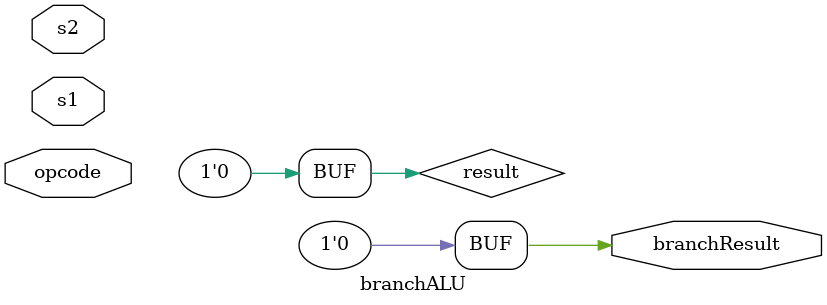
<source format=v>
`timescale 1ns / 1ps


module branchALU(
    input wire [31:0] s1,
    input wire [31:0] s2,
    input wire [2:0] opcode,
    output wire branchResult
    );
    
    reg result;
    
    always @(*) begin
    case (opcode)
            default:    
            result <= 1'b0;
    endcase      
    end

    assign branchResult = result;
endmodule

</source>
